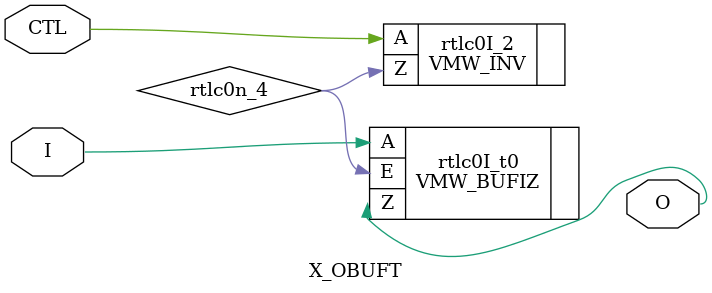
<source format=v>
/*

FUNCTION	: TRI-STATE OUTPUT BUFFER

*/

`celldefine
module X_OBUFT (O, CTL, I);
    parameter CAPACITANCE = "DONT_CARE";
    parameter DRIVE = 12;
    parameter IOSTANDARD = "DEFAULT";
    parameter SLEW = "SLOW";
// mgc   parameter LOC = "UNPLACED";
output  O;
wire    O;
input   CTL;
wire    CTL;
input   I;
wire    I;
wire    rtlc0n_4;
        VMW_BUFIZ       rtlc0I_t0 (.Z(O ), .E(rtlc0n_4 ), .A(I ));
        VMW_INV rtlc0I_2 (.Z(rtlc0n_4 ), .A(CTL ));
endmodule
`endcelldefine

</source>
